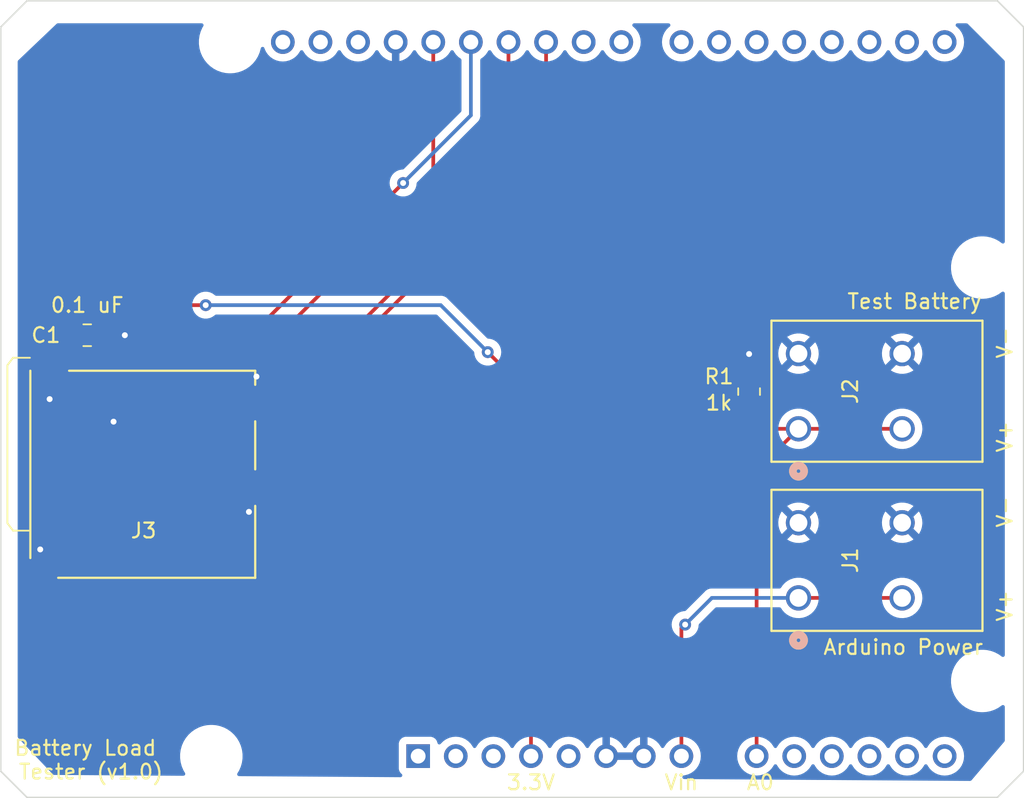
<source format=kicad_pcb>
(kicad_pcb (version 20211014) (generator pcbnew)
  (layers (0 "F.Cu" signal) (31 "B.Cu" signal) (34 "B.Paste" user) (35 "F.Paste" user) (36 "B.SilkS" user "B.Silkscreen") (37 "F.SilkS" user "F.Silkscreen") (38 "B.Mask" user) (39 "F.Mask" user) (44 "Edge.Cuts" user))
  (net 0 "")
  (net 4 "+3V3")
  (net 6 "Earth")
  (net 7 "Net-(A1-Pad8)")
  (net 8 "Net-(A1-Pad9)")
  (net 24 "Net-(A1-Pad25)")
  (net 25 "Net-(A1-Pad26)")
  (net 26 "Net-(A1-Pad27)")
  (net 27 "Net-(A1-Pad28)")
  (footprint "mad_custom_parts:microsd_2908-05WB-MG" (layer "F.Cu") (at 120.8451 87.63 90)
    (fp_text reference "J3" (at -3.81 0.0589 unlocked) (layer "F.SilkS"))
    (fp_text value "MicroSD Reader")
    (fp_line (start -6.9977 -5.71246) (end -6.9977 7.5946) (layer "F.SilkS") (width 0.1524))
    (fp_line (start 0.33274 7.5946) (end 3.57886 7.5946) (layer "F.SilkS") (width 0.1524))
    (fp_line (start 7.874 -8.763) (end 7.366 -9.144) (layer "F.SilkS") (width 0.12))
    (fp_line (start -6.9977 7.5946) (end -2.13614 7.5946) (layer "F.SilkS") (width 0.1524))
    (fp_line (start 7.874 -8.763) (end 7.874 -7.62) (layer "F.SilkS") (width 0.12))
    (fp_line (start -3.302 -9.144) (end -3.81 -8.763) (layer "F.SilkS") (width 0.12))
    (fp_line (start -3.302 -9.144) (end 7.366 -9.144) (layer "F.SilkS") (width 0.12))
    (fp_line (start 6.04774 7.5946) (end 6.9977 7.5946) (layer "F.SilkS") (width 0.1524))
    (fp_line (start 6.9977 -7.5946) (end -5.66166 -7.5946) (layer "F.SilkS") (width 0.1524))
    (fp_line (start 6.9977 7.5946) (end 6.9977 -4.97586) (layer "F.SilkS") (width 0.1524))
    (fp_line (start -3.81 -8.763) (end -3.81 -7.62) (layer "F.SilkS") (width 0.12))
    (pad "1" smd rect (at -1.772028 -3.448873 90) (size 0.8128 1.4986) (layers "F.Cu" "F.Paste" "F.Mask"))
    (pad "2" smd rect (at -0.679828 -3.042473 90) (size 0.8128 1.4986) (layers "F.Cu" "F.Paste" "F.Mask") (net 24 "Net-(A1-Pad25)"))
    (pad "3" smd rect (at 0.412372 -3.448873 90) (size 0.8128 1.4986) (layers "F.Cu" "F.Paste" "F.Mask") (net 25 "Net-(A1-Pad26)"))
    (pad "4" smd rect (at 1.504572 -3.652073 90) (size 0.8128 1.4986) (layers "F.Cu" "F.Paste" "F.Mask") (net 4 "+3V3"))
    (pad "5" smd rect (at 2.596772 -3.448873 90) (size 0.8128 1.4986) (layers "F.Cu" "F.Paste" "F.Mask") (net 27 "Net-(A1-Pad28)"))
    (pad "6" smd rect (at 3.688972 -3.652073 90) (size 0.8128 1.4986) (layers "F.Cu" "F.Paste" "F.Mask") (net 6 "Earth"))
    (pad "7" smd rect (at 4.781172 -3.448873 90) (size 0.8128 1.4986) (layers "F.Cu" "F.Paste" "F.Mask") (net 26 "Net-(A1-Pad27)"))
    (pad "8" smd rect (at 5.873372 -3.448873 90) (size 0.8128 1.4986) (layers "F.Cu" "F.Paste" "F.Mask"))
    (pad "9" smd rect (at -6.6929 -6.9977 90) (size 1.397 1.905) (layers "F.Cu" "F.Paste" "F.Mask") (net 6 "Earth"))
    (pad "10" smd rect (at 6.550742 -6.276383 90) (size 1.397 1.905) (layers "F.Cu" "F.Paste" "F.Mask") (net 6 "Earth"))
    (pad "11" smd rect (at -0.7747 7.1882 90) (size 1.8034 1.397) (layers "F.Cu" "F.Paste" "F.Mask") (net 6 "Earth"))
    (pad "12" smd rect (at 4.9403 7.1882 90) (size 1.8034 1.397) (layers "F.Cu" "F.Paste" "F.Mask") (net 6 "Earth"))
  )
  (footprint "Capacitor_SMD:C_0805_2012Metric" (layer "F.Cu") (at 117.094 78.232 180)
    (fp_text reference "C1" (at 2.794 0) (layer "F.SilkS"))
    (fp_text value "0.1 uF")
    (fp_line (start -0.261252 -0.735) (end 0.261252 -0.735) (layer "F.SilkS") (width 0.12))
    (fp_line (start -0.261252 0.735) (end 0.261252 0.735) (layer "F.SilkS") (width 0.12))
    (pad "1" smd roundrect (at -0.95 0 180) (size 1 1.45) (layers "F.Cu" "F.Paste" "F.Mask") (net 6 "Earth"))
    (pad "2" smd roundrect (at 0.95 0 180) (size 1 1.45) (layers "F.Cu" "F.Paste" "F.Mask") (net 4 "+3V3"))
  )
  (footprint "Resistor_SMD:R_0805_2012Metric" (layer "F.Cu") (at 161.798 82.042 90)
    (fp_text reference "R1" (at 1.016 -2.032 180) (layer "F.SilkS"))
    (fp_text value "1k")
    (fp_line (start -0.227064 -0.735) (end 0.227064 -0.735) (layer "F.SilkS") (width 0.12))
    (fp_line (start -0.227064 0.735) (end 0.227064 0.735) (layer "F.SilkS") (width 0.12))
    (pad "1" smd roundrect (at -0.9125 0 90) (size 1.025 1.4) (layers "F.Cu" "F.Paste" "F.Mask") (roundrect_rratio 0.243902439) (net 8 "Net-(A1-Pad9)"))
    (pad "2" smd roundrect (at 0.9125 0 90) (size 1.025 1.4) (layers "F.Cu" "F.Paste" "F.Mask") (roundrect_rratio 0.243902439) (net 6 "Earth"))
  )
  (footprint "mad_custom_parts:2p_pushterminal_1824810000" (layer "F.Cu") (at 165.1349 95.986601 90)
    (fp_text reference "J1" (at 2.54 3.500001 90 unlocked) (layer "F.SilkS"))
    (fp_text value "Screw Terminal (Arduino Power)" hide)
    (fp_circle (center -2.862 0) (end -2.481 0) (layer "B.SilkS") (width 0.508) (fill none))
    (fp_line (start -2.227001 -1.826999) (end -2.227001 12.427001) (layer "F.SilkS") (width 0.1524))
    (fp_line (start 7.307001 -1.826999) (end -2.227001 -1.826999) (layer "F.SilkS") (width 0.1524))
    (fp_line (start 7.307001 12.427001) (end 7.307001 -1.826999) (layer "F.SilkS") (width 0.1524))
    (fp_line (start -2.227001 12.427001) (end 7.307001 12.427001) (layer "F.SilkS") (width 0.1524))
    (fp_circle (center -2.862 0) (end -2.481 0) (layer "F.SilkS") (width 0.508) (fill none))
    (pad "1" thru_hole circle (at 0 0 90) (size 1.707896 1.707896) (drill 1.2) (layers *.Cu *.Mask) (net 7 "Net-(A1-Pad8)"))
    (pad "2" thru_hole circle (at 0 7.000001 90) (size 1.707896 1.707896) (drill 1.2) (layers *.Cu *.Mask) (net 7 "Net-(A1-Pad8)"))
    (pad "3" thru_hole circle (at 5.08 0 90) (size 1.707896 1.707896) (drill 1.2) (layers *.Cu *.Mask) (net 6 "Earth"))
    (pad "4" thru_hole circle (at 5.08 7.000001 90) (size 1.707896 1.707896) (drill 1.2) (layers *.Cu *.Mask) (net 6 "Earth"))
  )
  (footprint "mad_custom_parts:2p_pushterminal_1824810000" (layer "F.Cu") (at 165.1349 84.556601 90)
    (fp_text reference "J2" (at 2.54 3.500001 90 unlocked) (layer "F.SilkS"))
    (fp_text value "Screw Terminal (Test Battery)" hide)
    (fp_circle (center -2.862 0) (end -2.481 0) (layer "B.SilkS") (width 0.508) (fill none))
    (fp_line (start 7.307001 12.427001) (end 7.307001 -1.826999) (layer "F.SilkS") (width 0.1524))
    (fp_line (start -2.227001 12.427001) (end 7.307001 12.427001) (layer "F.SilkS") (width 0.1524))
    (fp_line (start -2.227001 -1.826999) (end -2.227001 12.427001) (layer "F.SilkS") (width 0.1524))
    (fp_line (start 7.307001 -1.826999) (end -2.227001 -1.826999) (layer "F.SilkS") (width 0.1524))
    (fp_circle (center -2.862 0) (end -2.481 0) (layer "F.SilkS") (width 0.508) (fill none))
    (pad "1" thru_hole circle (at 0 0 90) (size 1.707896 1.707896) (drill 1.2) (layers *.Cu *.Mask) (net 8 "Net-(A1-Pad9)"))
    (pad "2" thru_hole circle (at 0 7.000001 90) (size 1.707896 1.707896) (drill 1.2) (layers *.Cu *.Mask) (net 8 "Net-(A1-Pad9)"))
    (pad "3" thru_hole circle (at 5.08 0 90) (size 1.707896 1.707896) (drill 1.2) (layers *.Cu *.Mask) (net 6 "Earth"))
    (pad "4" thru_hole circle (at 5.08 7.000001 90) (size 1.707896 1.707896) (drill 1.2) (layers *.Cu *.Mask) (net 6 "Earth"))
  )
  (footprint "Module:Arduino_UNO_R3_WithMountingHoles" (layer "B.Cu") (at 139.446 106.68)
    (fp_text reference "A1" hide)
    (fp_text value "Arduino UNO (R3)")
    (pad "" np_thru_hole circle (at -12.7 -48.26 270) (size 3.2 3.2) (drill 3.2) (layers *.Cu *.Mask))
    (pad "" np_thru_hole circle (at 38.1 -33.02 270) (size 3.2 3.2) (drill 3.2) (layers *.Cu *.Mask))
    (pad "" np_thru_hole circle (at 38.1 -5.08 270) (size 3.2 3.2) (drill 3.2) (layers *.Cu *.Mask))
    (pad "" np_thru_hole circle (at -13.97 0 270) (size 3.2 3.2) (drill 3.2) (layers *.Cu *.Mask))
    (pad "1" thru_hole rect (at 0 0 270) (size 1.6 1.6) (drill 1) (layers *.Cu *.Mask))
    (pad "2" thru_hole oval (at 2.54 0 270) (size 1.6 1.6) (drill 1) (layers *.Cu *.Mask))
    (pad "3" thru_hole oval (at 5.08 0 270) (size 1.6 1.6) (drill 1) (layers *.Cu *.Mask))
    (pad "4" thru_hole oval (at 7.62 0 270) (size 1.6 1.6) (drill 1) (layers *.Cu *.Mask) (net 4 "+3V3"))
    (pad "5" thru_hole oval (at 10.16 0 270) (size 1.6 1.6) (drill 1) (layers *.Cu *.Mask))
    (pad "6" thru_hole oval (at 12.7 0 270) (size 1.6 1.6) (drill 1) (layers *.Cu *.Mask) (net 6 "Earth"))
    (pad "7" thru_hole oval (at 15.24 0 270) (size 1.6 1.6) (drill 1) (layers *.Cu *.Mask) (net 6 "Earth"))
    (pad "8" thru_hole oval (at 17.78 0 270) (size 1.6 1.6) (drill 1) (layers *.Cu *.Mask) (net 7 "Net-(A1-Pad8)"))
    (pad "9" thru_hole oval (at 22.86 0 270) (size 1.6 1.6) (drill 1) (layers *.Cu *.Mask) (net 8 "Net-(A1-Pad9)"))
    (pad "10" thru_hole oval (at 25.4 0 270) (size 1.6 1.6) (drill 1) (layers *.Cu *.Mask))
    (pad "11" thru_hole oval (at 27.94 0 270) (size 1.6 1.6) (drill 1) (layers *.Cu *.Mask))
    (pad "12" thru_hole oval (at 30.48 0 270) (size 1.6 1.6) (drill 1) (layers *.Cu *.Mask))
    (pad "13" thru_hole oval (at 33.02 0 270) (size 1.6 1.6) (drill 1) (layers *.Cu *.Mask))
    (pad "14" thru_hole oval (at 35.56 0 270) (size 1.6 1.6) (drill 1) (layers *.Cu *.Mask))
    (pad "15" thru_hole oval (at 35.56 -48.26 270) (size 1.6 1.6) (drill 1) (layers *.Cu *.Mask))
    (pad "16" thru_hole oval (at 33.02 -48.26 270) (size 1.6 1.6) (drill 1) (layers *.Cu *.Mask))
    (pad "17" thru_hole oval (at 30.48 -48.26 270) (size 1.6 1.6) (drill 1) (layers *.Cu *.Mask))
    (pad "18" thru_hole oval (at 27.94 -48.26 270) (size 1.6 1.6) (drill 1) (layers *.Cu *.Mask))
    (pad "19" thru_hole oval (at 25.4 -48.26 270) (size 1.6 1.6) (drill 1) (layers *.Cu *.Mask))
    (pad "20" thru_hole oval (at 22.86 -48.26 270) (size 1.6 1.6) (drill 1) (layers *.Cu *.Mask))
    (pad "21" thru_hole oval (at 20.32 -48.26 270) (size 1.6 1.6) (drill 1) (layers *.Cu *.Mask))
    (pad "22" thru_hole oval (at 17.78 -48.26 270) (size 1.6 1.6) (drill 1) (layers *.Cu *.Mask))
    (pad "23" thru_hole oval (at 13.72 -48.26 270) (size 1.6 1.6) (drill 1) (layers *.Cu *.Mask))
    (pad "24" thru_hole oval (at 11.18 -48.26 270) (size 1.6 1.6) (drill 1) (layers *.Cu *.Mask))
    (pad "25" thru_hole oval (at 8.64 -48.26 270) (size 1.6 1.6) (drill 1) (layers *.Cu *.Mask) (net 24 "Net-(A1-Pad25)"))
    (pad "26" thru_hole oval (at 6.1 -48.26 270) (size 1.6 1.6) (drill 1) (layers *.Cu *.Mask) (net 25 "Net-(A1-Pad26)"))
    (pad "27" thru_hole oval (at 3.56 -48.26 270) (size 1.6 1.6) (drill 1) (layers *.Cu *.Mask) (net 26 "Net-(A1-Pad27)"))
    (pad "28" thru_hole oval (at 1.02 -48.26 270) (size 1.6 1.6) (drill 1) (layers *.Cu *.Mask) (net 27 "Net-(A1-Pad28)"))
    (pad "29" thru_hole oval (at -1.52 -48.26 270) (size 1.6 1.6) (drill 1) (layers *.Cu *.Mask) (net 6 "Earth"))
    (pad "30" thru_hole oval (at -4.06 -48.26 270) (size 1.6 1.6) (drill 1) (layers *.Cu *.Mask))
    (pad "31" thru_hole oval (at -6.6 -48.26 270) (size 1.6 1.6) (drill 1) (layers *.Cu *.Mask))
    (pad "32" thru_hole oval (at -9.14 -48.26 270) (size 1.6 1.6) (drill 1) (layers *.Cu *.Mask))
  )
  (gr_line (start 113.03 55.626) (end 111.252 57.404) (layer "Edge.Cuts") (width 0.1))
  (gr_line (start 180.34 57.404) (end 178.562 55.626) (layer "Edge.Cuts") (width 0.1))
  (gr_line (start 178.562 109.474) (end 180.34 107.696) (layer "Edge.Cuts") (width 0.1))
  (gr_line (start 180.34 107.696) (end 180.34 57.404) (layer "Edge.Cuts") (width 0.1))
  (gr_line (start 113.03 109.474) (end 178.562 109.474) (layer "Edge.Cuts") (width 0.1))
  (gr_line (start 111.252 107.696) (end 113.03 109.474) (layer "Edge.Cuts") (width 0.1))
  (gr_line (start 111.252 57.404) (end 111.252 107.696) (layer "Edge.Cuts") (width 0.1))
  (gr_line (start 178.562 55.626) (end 113.03 55.626) (layer "Edge.Cuts") (width 0.1))
  (gr_text "V-" (at 179.07 90.17 90) (layer "F.SilkS") (effects (font (size 1 1))))
  (gr_text "1k" (at 159.766 82.804) (layer "F.SilkS") (effects (font (size 1 1))))
  (gr_text "Vin" (at 157.226 108.458) (layer "F.SilkS") (effects (font (size 1 1))))
  (gr_text "Battery Load \nTester (v1.0)" (at 117.348 106.934) (layer "F.SilkS") (effects (font (size 1 1))))
  (gr_text "Arduino Power" (at 172.212 99.314) (layer "F.SilkS") (effects (font (size 1 1))))
  (gr_text "V+" (at 179.07 96.52 90) (layer "F.SilkS") (effects (font (size 1 1))))
  (gr_text "0.1 uF" (at 117.094 76.2) (layer "F.SilkS") (effects (font (size 1 1))))
  (gr_text "A0" (at 162.56 108.458) (layer "F.SilkS") (effects (font (size 1 1))))
  (gr_text "V-" (at 179.07 78.74 90) (layer "F.SilkS") (effects (font (size 1 1))))
  (gr_text "V+" (at 179.07 85.09 90) (layer "F.SilkS") (effects (font (size 1 1))))
  (gr_text "3.3V" (at 147.066 108.458) (layer "F.SilkS") (effects (font (size 1 1))))
  (gr_text "Test Battery" (at 172.974 75.946) (layer "F.SilkS") (effects (font (size 1 1))))
  (segment (start 147.066 82.296) (end 147.066 106.68) (width 0.25) (layer "F.Cu") (net 4))
  (segment (start 116.119216 78.256784) (end 116.144 78.232) (width 0.25) (layer "F.Cu") (net 4))
  (segment (start 117.193027 86.125428) (end 116.850127 86.125428) (width 0.25) (layer "F.Cu") (net 4))
  (segment (start 116.119216 85.394517) (end 116.119216 78.256784) (width 0.25) (layer "F.Cu") (net 4))
  (segment (start 125.095 76.2) (end 118.176 76.2) (width 0.25) (layer "F.Cu") (net 4))
  (segment (start 116.850127 86.125428) (end 116.119216 85.394517) (width 0.25) (layer "F.Cu") (net 4))
  (segment (start 118.176 76.2) (end 116.144 78.232) (width 0.25) (layer "F.Cu") (net 4))
  (segment (start 144.145 79.375) (end 147.066 82.296) (width 0.25) (layer "F.Cu") (net 4))
  (via (at 144.145 79.375) (size 0.8) (drill 0.4) (layers "F.Cu" "B.Cu") (net 4))
  (via (at 125.095 76.2) (size 0.8) (drill 0.4) (layers "F.Cu" "B.Cu") (net 4))
  (segment (start 140.97 76.2) (end 125.095 76.2) (width 0.25) (layer "B.Cu") (net 4))
  (segment (start 144.145 79.375) (end 140.97 76.2) (width 0.25) (layer "B.Cu") (net 4))
  (segment (start 118.872 84.074) (end 117.325999 84.074) (width 0.25) (layer "F.Cu") (net 6))
  (segment (start 128.524 81.026) (end 128.0333 81.5167) (width 0.25) (layer "F.Cu") (net 6))
  (segment (start 128.0333 81.5167) (end 128.0333 82.6897) (width 0.25) (layer "F.Cu") (net 6))
  (segment (start 161.798 81.1295) (end 161.798 79.502) (width 0.25) (layer "F.Cu") (net 6))
  (segment (start 113.919 92.71) (end 113.919 94.2513) (width 0.25) (layer "F.Cu") (net 6))
  (segment (start 118.044 78.232) (end 119.634 78.232) (width 0.25) (layer "F.Cu") (net 6))
  (segment (start 114.568717 81.079258) (end 114.568717 82.535283) (width 0.25) (layer "F.Cu") (net 6))
  (segment (start 128.0333 90.1527) (end 128.0333 88.4047) (width 0.25) (layer "F.Cu") (net 6))
  (segment (start 117.325999 84.074) (end 117.193027 83.941028) (width 0.25) (layer "F.Cu") (net 6))
  (segment (start 113.919 94.2513) (end 113.8474 94.3229) (width 0.25) (layer "F.Cu") (net 6))
  (segment (start 114.568717 82.535283) (end 114.554 82.55) (width 0.25) (layer "F.Cu") (net 6))
  (segment (start 128.016 90.17) (end 128.0333 90.1527) (width 0.25) (layer "F.Cu") (net 6))
  (via (at 119.634 78.232) (size 0.8) (drill 0.4) (layers "F.Cu" "B.Cu") (net 6))
  (via (at 113.919 92.71) (size 0.8) (drill 0.4) (layers "F.Cu" "B.Cu") (net 6))
  (via (at 118.872 84.074) (size 0.8) (drill 0.4) (layers "F.Cu" "B.Cu") (net 6))
  (via (at 128.016 90.17) (size 0.8) (drill 0.4) (layers "F.Cu" "B.Cu") (net 6))
  (via (at 128.524 81.026) (size 0.8) (drill 0.4) (layers "F.Cu" "B.Cu") (net 6))
  (via (at 161.798 79.502) (size 0.8) (drill 0.4) (layers "F.Cu" "B.Cu") (net 6))
  (via (at 114.554 82.55) (size 0.8) (drill 0.4) (layers "F.Cu" "B.Cu") (net 6))
  (segment (start 157.226 98.044) (end 157.226 106.68) (width 0.25) (layer "F.Cu") (net 7))
  (segment (start 157.48 97.79) (end 157.226 98.044) (width 0.25) (layer "F.Cu") (net 7))
  (segment (start 172.134901 95.986601) (end 165.1349 95.986601) (width 0.25) (layer "F.Cu") (net 7))
  (via (at 157.48 97.79) (size 0.8) (drill 0.4) (layers "F.Cu" "B.Cu") (net 7))
  (segment (start 159.283399 95.986601) (end 157.48 97.79) (width 0.25) (layer "B.Cu") (net 7))
  (segment (start 165.1349 95.986601) (end 159.283399 95.986601) (width 0.25) (layer "B.Cu") (net 7))
  (segment (start 163.400101 84.556601) (end 161.798 82.9545) (width 0.25) (layer "F.Cu") (net 8))
  (segment (start 165.1349 84.556601) (end 163.400101 84.556601) (width 0.25) (layer "F.Cu") (net 8))
  (segment (start 165.1349 84.556601) (end 162.306 87.385501) (width 0.25) (layer "F.Cu") (net 8))
  (segment (start 162.306 87.385501) (end 162.306 106.68) (width 0.25) (layer "F.Cu") (net 8))
  (segment (start 172.134901 84.556601) (end 165.1349 84.556601) (width 0.25) (layer "F.Cu") (net 8))
  (segment (start 148.086 65.909) (end 148.086 58.42) (width 0.25) (layer "F.Cu") (net 24))
  (segment (start 117.802627 88.309828) (end 125.685172 88.309828) (width 0.25) (layer "F.Cu") (net 24))
  (segment (start 125.685172 88.309828) (end 148.086 65.909) (width 0.25) (layer "F.Cu") (net 24))
  (segment (start 145.546 67.426222) (end 145.546 58.42) (width 0.25) (layer "F.Cu") (net 25))
  (segment (start 125.754594 87.217628) (end 145.546 67.426222) (width 0.25) (layer "F.Cu") (net 25))
  (segment (start 117.396227 87.217628) (end 125.754594 87.217628) (width 0.25) (layer "F.Cu") (net 25))
  (segment (start 117.396227 82.848828) (end 123.526172 82.848828) (width 0.25) (layer "F.Cu") (net 26))
  (segment (start 123.526172 82.848828) (end 138.43 67.945) (width 0.25) (layer "F.Cu") (net 26))
  (via (at 138.43 67.945) (size 0.8) (drill 0.4) (layers "F.Cu" "B.Cu") (net 26))
  (segment (start 143.006 63.369) (end 143.006 58.42) (width 0.25) (layer "B.Cu") (net 26))
  (segment (start 138.43 67.945) (end 143.006 63.369) (width 0.25) (layer "B.Cu") (net 26))
  (segment (start 117.396227 85.033228) (end 123.246772 85.033228) (width 0.25) (layer "F.Cu") (net 27))
  (segment (start 140.466 67.814) (end 140.466 58.42) (width 0.25) (layer "F.Cu") (net 27))
  (segment (start 123.246772 85.033228) (end 140.466 67.814) (width 0.25) (layer "F.Cu") (net 27))
  (zone (net 6) (net_name "Earth") (layer "B.Cu") (connect_pads (clearance 0.508)) (min_thickness 0.254) (fill yes (thermal_gap 0.508) (thermal_bridge_width 0.508))
    (polygon (pts (xy 179.07 105.664) (xy 176.784 108.3564) (xy 114.808 107.95) (xy 112.395 105.41) (xy 112.395 59.69) (xy 115.062 57.15) (xy 176.53 57.15) (xy 179.07 59.69)))
  )
)
</source>
